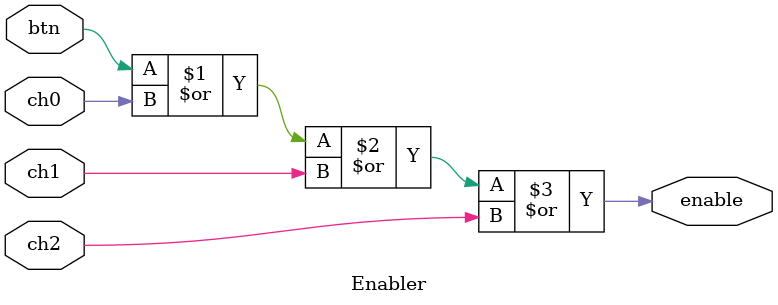
<source format=v>
module Enabler ( input btn, ch0, ch1, ch2, output enable);

	assign enable = btn | ch0 | ch1 | ch2;

endmodule
</source>
